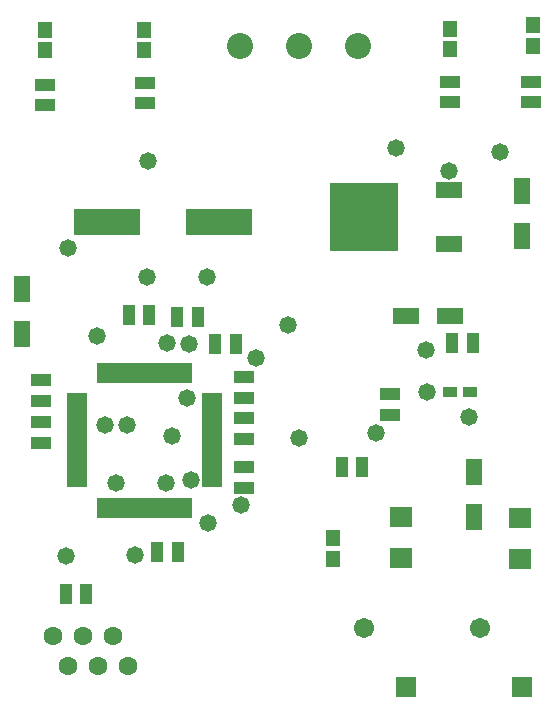
<source format=gts>
%FSTAX23Y23*%
%MOIN*%
%SFA1B1*%

%IPPOS*%
%ADD36R,0.070984X0.039488*%
%ADD37R,0.039488X0.070984*%
%ADD38R,0.051299X0.057205*%
%ADD39R,0.086732X0.057205*%
%ADD40R,0.057205X0.086732*%
%ADD41R,0.067047X0.019803*%
%ADD42R,0.019803X0.067047*%
%ADD43R,0.086732X0.055236*%
%ADD44R,0.228464X0.228464*%
%ADD45R,0.224527X0.086732*%
%ADD46R,0.045394X0.035551*%
%ADD47R,0.074134X0.067835*%
%ADD48C,0.063110*%
%ADD49R,0.067047X0.067047*%
%ADD50C,0.067047*%
%ADD51C,0.086732*%
%ADD52C,0.057992*%
%LNboard_tp3-1*%
%LPD*%
G54D36*
X01311Y01262D03*
Y01192D03*
X01779Y02303D03*
Y02236D03*
X00161Y02295D03*
Y02228D03*
X00492Y02299D03*
Y02232D03*
X01511Y02303D03*
Y02236D03*
X00822Y01183D03*
Y01114D03*
X00145Y01099D03*
Y01169D03*
Y01241D03*
Y01311D03*
X00822Y01321D03*
Y01251D03*
Y0095D03*
Y01019D03*
G54D37*
X01585Y01433D03*
X01515D03*
X01149Y01019D03*
X01216D03*
X00438Y01527D03*
X00507D03*
X00599Y01519D03*
X00669D03*
X00725Y01429D03*
X00795D03*
X00532Y00736D03*
X00602D03*
X00228Y00598D03*
X00295D03*
G54D38*
X01787Y02425D03*
Y02493D03*
X00161Y02409D03*
Y02477D03*
X00488Y02409D03*
Y02477D03*
X01511Y02413D03*
Y02481D03*
X01118Y00783D03*
Y00715D03*
G54D39*
X01362Y01523D03*
X01511D03*
G54D40*
X0159Y00854D03*
Y01003D03*
X01751Y01791D03*
Y0194D03*
X00082Y01464D03*
Y01614D03*
G54D41*
X00267Y011D03*
Y0112D03*
Y01139D03*
Y01198D03*
Y01179D03*
Y01159D03*
Y0108D03*
Y01061D03*
Y01041D03*
Y01218D03*
Y01238D03*
Y01257D03*
Y00962D03*
Y00982D03*
Y01001D03*
Y01021D03*
X00716D03*
Y01001D03*
Y00982D03*
Y00962D03*
Y01257D03*
Y01238D03*
Y01218D03*
Y01041D03*
Y01061D03*
Y0108D03*
Y01159D03*
Y01179D03*
Y01198D03*
Y01139D03*
Y0112D03*
Y011D03*
G54D42*
X00501Y01334D03*
X00482D03*
X00462D03*
X00403D03*
X00423D03*
X00442D03*
X00521D03*
X00541D03*
X00561D03*
X00383D03*
X00364D03*
X00344D03*
X00639D03*
X0062D03*
X006D03*
X0058D03*
Y00885D03*
X006D03*
X0062D03*
X00639D03*
X00344D03*
X00364D03*
X00383D03*
X00561D03*
X00541D03*
X00521D03*
X00442D03*
X00423D03*
X00403D03*
X00462D03*
X00482D03*
X00501D03*
G54D43*
X01507Y01765D03*
Y01942D03*
G54D44*
X01224Y01854D03*
G54D45*
X0074Y01838D03*
X00366D03*
G54D46*
X01576Y01271D03*
X01511D03*
G54D47*
X01744Y0085D03*
Y00714D03*
X01346Y00718D03*
Y00854D03*
G54D48*
X00185Y00456D03*
X00235Y00356D03*
X00435D03*
X00285Y00456D03*
X00335Y00356D03*
X00385Y00456D03*
G54D49*
X01748Y00287D03*
X01362D03*
G54D50*
X0161Y00484D03*
X01224D03*
G54D51*
X01007Y02425D03*
X01204D03*
X00811D03*
G54D52*
X00228Y00724D03*
X00641Y01429D03*
X00236Y01751D03*
X01433Y01271D03*
X01007Y01118D03*
X00814Y00893D03*
X00704Y00834D03*
X00433Y01161D03*
X00358D03*
X00968Y01492D03*
X00862Y01385D03*
X01507Y02007D03*
X00503Y02039D03*
X00633Y01251D03*
X00334Y01456D03*
X0133Y02082D03*
X01677Y0207D03*
X00566Y01433D03*
X005Y01653D03*
X007D03*
X01429Y01409D03*
X01263Y01133D03*
X01574Y01188D03*
X0046Y00728D03*
X00645Y00976D03*
X00562Y00968D03*
X00582Y01122D03*
X00397Y00968D03*
M02*
</source>
